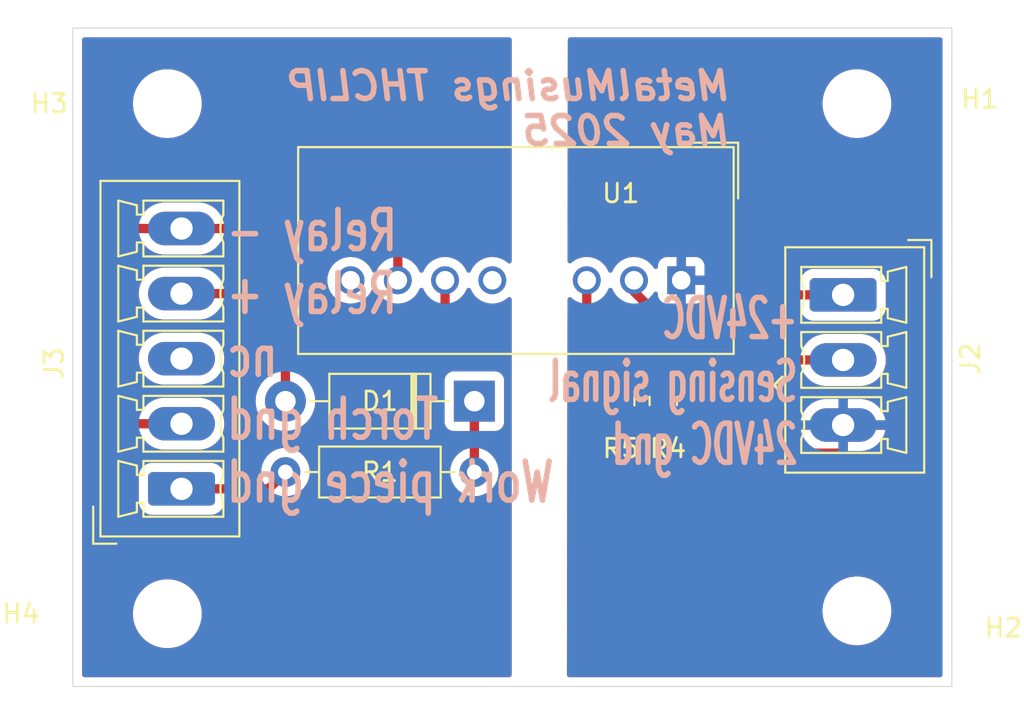
<source format=kicad_pcb>
(kicad_pcb (version 20240108) (generator "pcbnew") (generator_version "8.0")
  (title_block (comment 4 "AISLER Project ID: TCOKWDCI"))
  (layers (0 "F.Cu" signal) (31 "B.Cu" signal) (34 "B.Paste" user) (35 "F.Paste" user) (36 "B.SilkS" user "B.Silkscreen") (37 "F.SilkS" user "F.Silkscreen") (38 "B.Mask" user) (39 "F.Mask" user) (44 "Edge.Cuts" user))
  (net 0 "")
  (net 1 "24V UNREG +")
  (net 2 "Net-(D1-K)")
  (net 3 "-24VDC")
  (net 4 "Net-(U1-OnOff)")
  (net 5 "SENSING SIGNAL (24VDC)")
  (net 6 "WORK PIECE GND (+)")
  (net 7 "+24VDC")
  (net 10 "24V UNREG GND")
  (footprint "MountingHole:MountingHole_3.2mm_M3" (layer "F.Cu") (at 194.564 85.344)
    (property "Reference" "H1" (at 6.604 -0.254 0) (layer "F.SilkS"))
    (property "Value" "MountingHole")
    (pad "" np_thru_hole circle (at 0 0) (size 3.2 3.2) (drill 3.2) (layers "*.Cu" "*.Mask"))
  )
  (footprint "Diode_THT:D_DO-41_SOD81_P10.16mm_Horizontal" (layer "F.Cu") (at 173.99 101.346 180)
    (property "Reference" "D1" (at 5.08 0 360) (layer "F.SilkS"))
    (property "Value" "1N4007")
    (fp_line (start 8.82 0) (end 7.8 0) (stroke (width 0.12)) (layer "F.SilkS"))
    (fp_line (start 7.8 1.47) (end 7.8 -1.47) (stroke (width 0.12)) (layer "F.SilkS"))
    (fp_line (start 7.8 -1.47) (end 2.36 -1.47) (stroke (width 0.12)) (layer "F.SilkS"))
    (fp_line (start 3.38 -1.47) (end 3.38 1.47) (stroke (width 0.12)) (layer "F.SilkS"))
    (fp_line (start 3.26 -1.47) (end 3.26 1.47) (stroke (width 0.12)) (layer "F.SilkS"))
    (fp_line (start 3.14 -1.47) (end 3.14 1.47) (stroke (width 0.12)) (layer "F.SilkS"))
    (fp_line (start 2.36 1.47) (end 7.8 1.47) (stroke (width 0.12)) (layer "F.SilkS"))
    (fp_line (start 2.36 -1.47) (end 2.36 1.47) (stroke (width 0.12)) (layer "F.SilkS"))
    (fp_line (start 1.34 0) (end 2.36 0) (stroke (width 0.12)) (layer "F.SilkS"))
    (fp_text user "K" (at -16.256 0.762 360) (layer "F.SilkS"))
    (pad "1" thru_hole rect (at 0 0 180) (size 2.2 2.2) (drill 1.1) (layers "*.Cu" "*.Mask") (net 2 "Net-(D1-K)"))
    (pad "2" thru_hole oval (at 10.16 0 180) (size 2.2 2.2) (drill 1.1) (layers "*.Cu" "*.Mask") (net 1 "24V UNREG +"))
  )
  (footprint "Connector_Phoenix_MC:PhoenixContact_MCV_1,5_5-G-3.5_1x05_P3.50mm_Vertical" (layer "F.Cu") (at 158.242 106.06 90)
    (property "Reference" "J3" (at 6.746 -6.858 90) (layer "F.SilkS"))
    (property "Value" "Conn_01x05_Pin")
    (fp_line (start -2.95 -4.75) (end -0.95 -4.75) (stroke (width 0.12)) (layer "F.SilkS"))
    (fp_line (start 16.56 -4.36) (end -2.56 -4.36) (stroke (width 0.12)) (layer "F.SilkS"))
    (fp_line (start -2.56 -4.36) (end -2.56 3.11) (stroke (width 0.12)) (layer "F.SilkS"))
    (fp_line (start -2.95 -3.5) (end -2.95 -4.75) (stroke (width 0.12)) (layer "F.SilkS"))
    (fp_line (start 15.5 -3.4) (end 15.25 -2.4) (stroke (width 0.12)) (layer "F.SilkS"))
    (fp_line (start 12.5 -3.4) (end 15.5 -3.4) (stroke (width 0.12)) (layer "F.SilkS"))
    (fp_line (start 12 -3.4) (end 11.75 -2.4) (stroke (width 0.12)) (layer "F.SilkS"))
    (fp_line (start 9 -3.4) (end 12 -3.4) (stroke (width 0.12)) (layer "F.SilkS"))
    (fp_line (start 8.5 -3.4) (end 8.25 -2.4) (stroke (width 0.12)) (layer "F.SilkS"))
    (fp_line (start 5.5 -3.4) (end 8.5 -3.4) (stroke (width 0.12)) (layer "F.SilkS"))
    (fp_line (start 5 -3.4) (end 4.75 -2.4) (stroke (width 0.12)) (layer "F.SilkS"))
    (fp_line (start 2 -3.4) (end 5 -3.4) (stroke (width 0.12)) (layer "F.SilkS"))
    (fp_line (start 1.5 -3.4) (end 1.25 -2.4) (stroke (width 0.12)) (layer "F.SilkS"))
    (fp_line (start -1.5 -3.4) (end 1.5 -3.4) (stroke (width 0.12)) (layer "F.SilkS"))
    (fp_line (start 15.25 -2.4) (end 14.75 -2.4) (stroke (width 0.12)) (layer "F.SilkS"))
    (fp_line (start 14.75 -2.4) (end 14.75 -2.05) (stroke (width 0.12)) (layer "F.SilkS"))
    (fp_line (start 13.25 -2.4) (end 12.75 -2.4) (stroke (width 0.12)) (layer "F.SilkS"))
    (fp_line (start 12.75 -2.4) (end 12.5 -3.4) (stroke (width 0.12)) (layer "F.SilkS"))
    (fp_line (start 11.75 -2.4) (end 11.25 -2.4) (stroke (width 0.12)) (layer "F.SilkS"))
    (fp_line (start 11.25 -2.4) (end 11.25 -2.05) (stroke (width 0.12)) (layer "F.SilkS"))
    (fp_line (start 9.75 -2.4) (end 9.25 -2.4) (stroke (width 0.12)) (layer "F.SilkS"))
    (fp_line (start 9.25 -2.4) (end 9 -3.4) (stroke (width 0.12)) (layer "F.SilkS"))
    (fp_line (start 8.25 -2.4) (end 7.75 -2.4) (stroke (width 0.12)) (layer "F.SilkS"))
    (fp_line (start 7.75 -2.4) (end 7.75 -2.05) (stroke (width 0.12)) (layer "F.SilkS"))
    (fp_line (start 6.25 -2.4) (end 5.75 -2.4) (stroke (width 0.12)) (layer "F.SilkS"))
    (fp_line (start 5.75 -2.4) (end 5.5 -3.4) (stroke (width 0.12)) (layer "F.SilkS"))
    (fp_line (start 4.75 -2.4) (end 4.25 -2.4) (stroke (width 0.12)) (layer "F.SilkS"))
    (fp_line (start 4.25 -2.4) (end 4.25 -2.05) (stroke (width 0.12)) (layer "F.SilkS"))
    (fp_line (start 2.75 -2.4) (end 2.25 -2.4) (stroke (width 0.12)) (layer "F.SilkS"))
    (fp_line (start 2.25 -2.4) (end 2 -3.4) (stroke (width 0.12)) (layer "F.SilkS"))
    (fp_line (start 1.25 -2.4) (end 0.75 -2.4) (stroke (width 0.12)) (layer "F.SilkS"))
    (fp_line (start 0.75 -2.4) (end 0.75 -2.05) (stroke (width 0.12)) (layer "F.SilkS"))
    (fp_line (start -0.75 -2.4) (end -1.25 -2.4) (stroke (width 0.12)) (layer "F.SilkS"))
    (fp_line (start -1.25 -2.4) (end -1.5 -3.4) (stroke (width 0.12)) (layer "F.SilkS"))
    (fp_line (start 15.5 -2.05) (end 15.5 2.25) (stroke (width 0.12)) (layer "F.SilkS"))
    (fp_line (start 14.75 -2.05) (end 15.5 -2.05) (stroke (width 0.12)) (layer "F.SilkS"))
    (fp_line (start 13.25 -2.05) (end 13.25 -2.4) (stroke (width 0.12)) (layer "F.SilkS"))
    (fp_line (start 12.5 -2.05) (end 13.25 -2.05) (stroke (width 0.12)) (layer "F.SilkS"))
    (fp_line (start 12 -2.05) (end 12 2.25) (stroke (width 0.12)) (layer "F.SilkS"))
    (fp_line (start 11.25 -2.05) (end 12 -2.05) (stroke (width 0.12)) (layer "F.SilkS"))
    (fp_line (start 9.75 -2.05) (end 9.75 -2.4) (stroke (width 0.12)) (layer "F.SilkS"))
    (fp_line (start 9 -2.05) (end 9.75 -2.05) (stroke (width 0.12)) (layer "F.SilkS"))
    (fp_line (start 8.5 -2.05) (end 8.5 2.25) (stroke (width 0.12)) (layer "F.SilkS"))
    (fp_line (start 7.75 -2.05) (end 8.5 -2.05) (stroke (width 0.12)) (layer "F.SilkS"))
    (fp_line (start 6.25 -2.05) (end 6.25 -2.4) (stroke (width 0.12)) (layer "F.SilkS"))
    (fp_line (start 5.5 -2.05) (end 6.25 -2.05) (stroke (width 0.12)) (layer "F.SilkS"))
    (fp_line (start 5 -2.05) (end 5 2.25) (stroke (width 0.12)) (layer "F.SilkS"))
    (fp_line (start 4.25 -2.05) (end 5 -2.05) (stroke (width 0.12)) (layer "F.SilkS"))
    (fp_line (start 2.75 -2.05) (end 2.75 -2.4) (stroke (width 0.12)) (layer "F.SilkS"))
    (fp_line (start 2 -2.05) (end 2.75 -2.05) (stroke (width 0.12)) (layer "F.SilkS"))
    (fp_line (start 1.5 -2.05) (end 1.5 2.25) (stroke (width 0.12)) (layer "F.SilkS"))
    (fp_line (start 0.75 -2.05) (end 1.5 -2.05) (stroke (width 0.12)) (layer "F.SilkS"))
    (fp_line (start -0.75 -2.05) (end -0.75 -2.4) (stroke (width 0.12)) (layer "F.SilkS"))
    (fp_line (start -1.5 -2.05) (end -0.75 -2.05) (stroke (width 0.12)) (layer "F.SilkS"))
    (fp_line (start 15.5 2.25) (end 14.75 2.25) (stroke (width 0.12)) (layer "F.SilkS"))
    (fp_line (start 13.25 2.25) (end 12.5 2.25) (stroke (width 0.12)) (layer "F.SilkS"))
    (fp_line (start 12.5 2.25) (end 12.5 -2.05) (stroke (width 0.12)) (layer "F.SilkS"))
    (fp_line (start 12 2.25) (end 11.25 2.25) (stroke (width 0.12)) (layer "F.SilkS"))
    (fp_line (start 9.75 2.25) (end 9 2.25) (stroke (width 0.12)) (layer "F.SilkS"))
    (fp_line (start 9 2.25) (end 9 -2.05) (stroke (width 0.12)) (layer "F.SilkS"))
    (fp_line (start 8.5 2.25) (end 7.75 2.25) (stroke (width 0.12)) (layer "F.SilkS"))
    (fp_line (start 6.25 2.25) (end 5.5 2.25) (stroke (width 0.12)) (layer "F.SilkS"))
    (fp_line (start 5.5 2.25) (end 5.5 -2.05) (stroke (width 0.12)) (layer "F.SilkS"))
    (fp_line (start 5 2.25) (end 4.25 2.25) (stroke (width 0.12)) (layer "F.SilkS"))
    (fp_line (start 2.75 2.25) (end 2 2.25) (stroke (width 0.12)) (layer "F.SilkS"))
    (fp_line (start 2 2.25) (end 2 -2.05) (stroke (width 0.12)) (layer "F.SilkS"))
    (fp_line (start 1.5 2.25) (end 0.75 2.25) (stroke (width 0.12)) (layer "F.SilkS"))
    (fp_line (start -0.75 2.25) (end -1.5 2.25) (stroke (width 0.12)) (layer "F.SilkS"))
    (fp_line (start -1.5 2.25) (end -1.5 -2.05) (stroke (width 0.12)) (layer "F.SilkS"))
    (fp_line (start 16.56 3.11) (end 16.56 -4.36) (stroke (width 0.12)) (layer "F.SilkS"))
    (fp_line (start -2.56 3.11) (end 16.56 3.11) (stroke (width 0.12)) (layer "F.SilkS"))
    (fp_arc (start 13.25 2.25) (mid 13.999807 2.09191) (end 14.749647 2.249844) (stroke (width 0.12)) (layer "F.SilkS"))
    (fp_arc (start 9.75 2.25) (mid 10.499807 2.09191) (end 11.249647 2.249844) (stroke (width 0.12)) (layer "F.SilkS"))
    (fp_arc (start 6.25 2.25) (mid 6.999807 2.09191) (end 7.749647 2.249844) (stroke (width 0.12)) (layer "F.SilkS"))
    (fp_arc (start 2.75 2.25) (mid 3.499807 2.09191) (end 4.249647 2.249844) (stroke (width 0.12)) (layer "F.SilkS"))
    (fp_arc (start -0.75 2.25) (mid -0.000193 2.09191) (end 0.749647 2.249844) (stroke (width 0.12)) (layer "F.SilkS"))
    (pad "1" thru_hole roundrect (at 0 0 90) (size 1.8 3.6) (drill 1.2) (layers "*.Cu" "*.Mask") (roundrect_rratio 0.138889) (net 6 "WORK PIECE GND (+)"))
    (pad "2" thru_hole oval (at 3.5 0 90) (size 1.8 3.6) (drill 1.2) (layers "*.Cu" "*.Mask") (net 10 "24V UNREG GND"))
    (pad "3" thru_hole oval (at 7 0 90) (size 1.8 3.6) (drill 1.2) (layers "*.Cu" "*.Mask"))
    (pad "4" thru_hole oval (at 10.5 0 90) (size 1.8 3.6) (drill 1.2) (layers "*.Cu" "*.Mask") (net 1 "24V UNREG +"))
    (pad "5" thru_hole oval (at 14 0 90) (size 1.8 3.6) (drill 1.2) (layers "*.Cu" "*.Mask") (net 10 "24V UNREG GND"))
  )
  (footprint "MountingHole:MountingHole_3.2mm_M3" (layer "F.Cu") (at 157.48 85.344)
    (property "Reference" "H3" (at -6.35 0 0) (layer "F.SilkS"))
    (property "Value" "MountingHole")
    (pad "" np_thru_hole circle (at 0 0) (size 3.2 3.2) (drill 3.2) (layers "*.Cu" "*.Mask"))
  )
  (footprint "Resistor_THT:R_Axial_DIN0207_L6.3mm_D2.5mm_P10.16mm_Horizontal" (layer "F.Cu") (at 163.83 105.156)
    (property "Reference" "R1" (at 5.08 0 0) (layer "F.SilkS"))
    (property "Value" "4k7")
    (fp_line (start 1.04 0) (end 1.81 0) (stroke (width 0.12)) (layer "F.SilkS"))
    (fp_line (start 1.81 -1.37) (end 1.81 1.37) (stroke (width 0.12)) (layer "F.SilkS"))
    (fp_line (start 1.81 1.37) (end 8.35 1.37) (stroke (width 0.12)) (layer "F.SilkS"))
    (fp_line (start 8.35 -1.37) (end 1.81 -1.37) (stroke (width 0.12)) (layer "F.SilkS"))
    (fp_line (start 8.35 1.37) (end 8.35 -1.37) (stroke (width 0.12)) (layer "F.SilkS"))
    (fp_line (start 9.12 0) (end 8.35 0) (stroke (width 0.12)) (layer "F.SilkS"))
    (pad "1" thru_hole circle (at 0 0) (size 1.6 1.6) (drill 0.8) (layers "*.Cu" "*.Mask") (net 6 "WORK PIECE GND (+)"))
    (pad "2" thru_hole oval (at 10.16 0) (size 1.6 1.6) (drill 0.8) (layers "*.Cu" "*.Mask") (net 2 "Net-(D1-K)"))
  )
  (footprint "Converter_DCDC:Converter_DCDC_TRACO_TEC3-24xxUI_THT" (layer "F.Cu") (at 185.1152 94.8436 -90)
    (property "Reference" "U1" (at -4.6736 3.2512 180) (layer "F.SilkS"))
    (property "Value" "RS3K-2424S/H3")
    (fp_line (start -7.16 20.6) (end 3.96 20.6) (stroke (width 0.12)) (layer "F.SilkS"))
    (fp_line (start -7.4 -0.06) (end -7.4 -3.06) (stroke (width 0.12)) (layer "F.SilkS"))
    (fp_line (start -7.16 -2.82) (end -7.16 20.6) (stroke (width 0.12)) (layer "F.SilkS"))
    (fp_line (start -7.16 -2.82) (end 3.96 -2.82) (stroke (width 0.12)) (layer "F.SilkS"))
    (fp_line (start 3.96 -2.82) (end 3.96 20.6) (stroke (width 0.12)) (layer "F.SilkS"))
    (fp_line (start -7.4 -3.06) (end -4.4 -3.06) (stroke (width 0.12)) (layer "F.SilkS"))
    (pad "1" thru_hole rect (at 0 0 270) (size 1.5 1.5) (drill 1) (layers "*.Cu" "*.Mask") (net 3 "-24VDC"))
    (pad "2" thru_hole circle (at 0 2.54 270) (size 1.5 1.5) (drill 1) (layers "*.Cu" "*.Mask") (net 7 "+24VDC"))
    (pad "3" thru_hole circle (at 0 5.08 270) (size 1.5 1.5) (drill 1) (layers "*.Cu" "*.Mask") (net 4 "Net-(U1-OnOff)"))
    (pad "5" thru_hole circle (at 0 10.16 270) (size 1.5 1.5) (drill 1) (layers "*.Cu" "*.Mask"))
    (pad "6" thru_hole circle (at 0 12.7 270) (size 1.5 1.5) (drill 1) (layers "*.Cu" "*.Mask") (net 1 "24V UNREG +"))
    (pad "7" thru_hole circle (at 0 15.24 270) (size 1.5 1.5) (drill 1) (layers "*.Cu" "*.Mask") (net 10 "24V UNREG GND"))
    (pad "8" thru_hole circle (at 0 17.78 270) (size 1.5 1.5) (drill 1) (layers "*.Cu" "*.Mask"))
  )
  (footprint "MountingHole:MountingHole_3.2mm_M3" (layer "F.Cu") (at 157.48 112.776)
    (property "Reference" "H4" (at -7.874 0 0) (layer "F.SilkS"))
    (property "Value" "MountingHole")
    (pad "" np_thru_hole circle (at 0 0) (size 3.2 3.2) (drill 3.2) (layers "*.Cu" "*.Mask"))
  )
  (footprint "Resistor_SMD:R_0805_2012Metric_Pad1.20x1.40mm_HandSolder" (layer "F.Cu") (at 181.864 101.346 -90)
    (property "Reference" "R5" (at 2.54 0 180) (layer "F.SilkS"))
    (property "Value" "2k")
    (fp_line (start -0.227064 0.735) (end 0.227064 0.735) (stroke (width 0.12)) (layer "F.SilkS"))
    (fp_line (start -0.227064 -0.735) (end 0.227064 -0.735) (stroke (width 0.12)) (layer "F.SilkS"))
    (pad "1" smd roundrect (at -1 0 270) (size 1.2 1.4) (layers "F.Cu" "F.Paste" "F.Mask") (roundrect_rratio 0.208333) (net 4 "Net-(U1-OnOff)"))
    (pad "2" smd roundrect (at 1 0 270) (size 1.2 1.4) (layers "F.Cu" "F.Paste" "F.Mask") (roundrect_rratio 0.208333) (net 3 "-24VDC"))
  )
  (footprint "MountingHole:MountingHole_3.2mm_M3" (layer "F.Cu") (at 194.564 112.6236)
    (property "Reference" "H2" (at 7.874 0.9144 0) (layer "F.SilkS"))
    (property "Value" "MountingHole")
    (pad "" np_thru_hole circle (at 0 0) (size 3.2 3.2) (drill 3.2) (layers "*.Cu" "*.Mask"))
  )
  (footprint "Connector_Phoenix_MC:PhoenixContact_MCV_1,5_3-G-3.5_1x03_P3.50mm_Vertical" (layer "F.Cu") (at 193.8199 95.6283 -90)
    (property "Reference" "J2" (at 3.4317 -6.8401 90) (layer "F.SilkS"))
    (property "Value" "Conn_01x03_Pin")
    (fp_line (start -2.56 3.11) (end 9.56 3.11) (stroke (width 0.12)) (layer "F.SilkS"))
    (fp_line (start 9.56 3.11) (end 9.56 -4.36) (stroke (width 0.12)) (layer "F.SilkS"))
    (fp_line (start -1.5 2.25) (end -1.5 -2.05) (stroke (width 0.12)) (layer "F.SilkS"))
    (fp_line (start -0.75 2.25) (end -1.5 2.25) (stroke (width 0.12)) (layer "F.SilkS"))
    (fp_line (start 1.5 2.25) (end 0.75 2.25) (stroke (width 0.12)) (layer "F.SilkS"))
    (fp_line (start 2 2.25) (end 2 -2.05) (stroke (width 0.12)) (layer "F.SilkS"))
    (fp_line (start 2.75 2.25) (end 2 2.25) (stroke (width 0.12)) (layer "F.SilkS"))
    (fp_line (start 5 2.25) (end 4.25 2.25) (stroke (width 0.12)) (layer "F.SilkS"))
    (fp_line (start 5.5 2.25) (end 5.5 -2.05) (stroke (width 0.12)) (layer "F.SilkS"))
    (fp_line (start 6.25 2.25) (end 5.5 2.25) (stroke (width 0.12)) (layer "F.SilkS"))
    (fp_line (start 8.5 2.25) (end 7.75 2.25) (stroke (width 0.12)) (layer "F.SilkS"))
    (fp_line (start -1.5 -2.05) (end -0.75 -2.05) (stroke (width 0.12)) (layer "F.SilkS"))
    (fp_line (start -0.75 -2.05) (end -0.75 -2.4) (stroke (width 0.12)) (layer "F.SilkS"))
    (fp_line (start 0.75 -2.05) (end 1.5 -2.05) (stroke (width 0.12)) (layer "F.SilkS"))
    (fp_line (start 1.5 -2.05) (end 1.5 2.25) (stroke (width 0.12)) (layer "F.SilkS"))
    (fp_line (start 2 -2.05) (end 2.75 -2.05) (stroke (width 0.12)) (layer "F.SilkS"))
    (fp_line (start 2.75 -2.05) (end 2.75 -2.4) (stroke (width 0.12)) (layer "F.SilkS"))
    (fp_line (start 4.25 -2.05) (end 5 -2.05) (stroke (width 0.12)) (layer "F.SilkS"))
    (fp_line (start 5 -2.05) (end 5 2.25) (stroke (width 0.12)) (layer "F.SilkS"))
    (fp_line (start 5.5 -2.05) (end 6.25 -2.05) (stroke (width 0.12)) (layer "F.SilkS"))
    (fp_line (start 6.25 -2.05) (end 6.25 -2.4) (stroke (width 0.12)) (layer "F.SilkS"))
    (fp_line (start 7.75 -2.05) (end 8.5 -2.05) (stroke (width 0.12)) (layer "F.SilkS"))
    (fp_line (start 8.5 -2.05) (end 8.5 2.25) (stroke (width 0.12)) (layer "F.SilkS"))
    (fp_line (start -1.25 -2.4) (end -1.5 -3.4) (stroke (width 0.12)) (layer "F.SilkS"))
    (fp_line (start -0.75 -2.4) (end -1.25 -2.4) (stroke (width 0.12)) (layer "F.SilkS"))
    (fp_line (start 0.75 -2.4) (end 0.75 -2.05) (stroke (width 0.12)) (layer "F.SilkS"))
    (fp_line (start 1.25 -2.4) (end 0.75 -2.4) (stroke (width 0.12)) (layer "F.SilkS"))
    (fp_line (start 2.25 -2.4) (end 2 -3.4) (stroke (width 0.12)) (layer "F.SilkS"))
    (fp_line (start 2.75 -2.4) (end 2.25 -2.4) (stroke (width 0.12)) (layer "F.SilkS"))
    (fp_line (start 4.25 -2.4) (end 4.25 -2.05) (stroke (width 0.12)) (layer "F.SilkS"))
    (fp_line (start 4.75 -2.4) (end 4.25 -2.4) (stroke (width 0.12)) (layer "F.SilkS"))
    (fp_line (start 5.75 -2.4) (end 5.5 -3.4) (stroke (width 0.12)) (layer "F.SilkS"))
    (fp_line (start 6.25 -2.4) (end 5.75 -2.4) (stroke (width 0.12)) (layer "F.SilkS"))
    (fp_line (start 7.75 -2.4) (end 7.75 -2.05) (stroke (width 0.12)) (layer "F.SilkS"))
    (fp_line (start 8.25 -2.4) (end 7.75 -2.4) (stroke (width 0.12)) (layer "F.SilkS"))
    (fp_line (start -1.5 -3.4) (end 1.5 -3.4) (stroke (width 0.12)) (layer "F.SilkS"))
    (fp_line (start 1.5 -3.4) (end 1.25 -2.4) (stroke (width 0.12)) (layer "F.SilkS"))
    (fp_line (start 2 -3.4) (end 5 -3.4) (stroke (width 0.12)) (layer "F.SilkS"))
    (fp_line (start 5 -3.4) (end 4.75 -2.4) (stroke (width 0.12)) (layer "F.SilkS"))
    (fp_line (start 5.5 -3.4) (end 8.5 -3.4) (stroke (width 0.12)) (layer "F.SilkS"))
    (fp_line (start 8.5 -3.4) (end 8.25 -2.4) (stroke (width 0.12)) (layer "F.SilkS"))
    (fp_line (start -2.95 -3.5) (end -2.95 -4.75) (stroke (width 0.12)) (layer "F.SilkS"))
    (fp_line (start -2.56 -4.36) (end -2.56 3.11) (stroke (width 0.12)) (layer "F.SilkS"))
    (fp_line (start 9.56 -4.36) (end -2.56 -4.36) (stroke (width 0.12)) (layer "F.SilkS"))
    (fp_line (start -2.95 -4.75) (end -0.95 -4.75) (stroke (width 0.12)) (layer "F.SilkS"))
    (fp_arc (start -0.75 2.25) (mid -0.000193 2.09191) (end 0.749647 2.249844) (stroke (width 0.12)) (layer "F.SilkS"))
    (fp_arc (start 2.75 2.25) (mid 3.499807 2.09191) (end 4.249647 2.249844) (stroke (width 0.12)) (layer "F.SilkS"))
    (fp_arc (start 6.25 2.25) (mid 6.999807 2.09191) (end 7.749647 2.249844) (stroke (width 0.12)) (layer "F.SilkS"))
    (pad "1" thru_hole roundrect (at 0 0 270) (size 1.8 3.6) (drill 1.2) (layers "*.Cu" "*.Mask") (roundrect_rratio 0.138889) (net 7 "+24VDC"))
    (pad "2" thru_hole oval (at 3.5 0 270) (size 1.8 3.6) (drill 1.2) (layers "*.Cu" "*.Mask") (net 5 "SENSING SIGNAL (24VDC)"))
    (pad "3" thru_hole oval (at 7 0 270) (size 1.8 3.6) (drill 1.2) (layers "*.Cu" "*.Mask") (net 3 "-24VDC"))
  )
  (footprint "Resistor_SMD:R_0805_2012Metric_Pad1.20x1.40mm_HandSolder" (layer "F.Cu") (at 184.15 101.33 90)
    (property "Reference" "R4" (at -2.556 0.254 180) (layer "F.SilkS"))
    (property "Value" "10k")
    (fp_line (start -0.227064 -0.735) (end 0.227064 -0.735) (stroke (width 0.12)) (layer "F.SilkS"))
    (fp_line (start -0.227064 0.735) (end 0.227064 0.735) (stroke (width 0.12)) (layer "F.SilkS"))
    (pad "1" smd roundrect (at -1 0 90) (size 1.2 1.4) (layers "F.Cu" "F.Paste" "F.Mask") (roundrect_rratio 0.208333) (net 5 "SENSING SIGNAL (24VDC)"))
    (pad "2" smd roundrect (at 1 0 90) (size 1.2 1.4) (layers "F.Cu" "F.Paste" "F.Mask") (roundrect_rratio 0.208333) (net 4 "Net-(U1-OnOff)"))
  )
  (gr_rect (start 152.3977 81.28) (end 199.6671 116.6876) (stroke (width 0.05)) (fill none) (layer "Edge.Cuts"))
  (gr_text "MetalMusings THCLIP\nMay 2025" (at 187.9352 87.6836 0) (layer "B.SilkS") (effects (font (size 1.5 1.5) (thickness 0.3) (bold yes) (italic yes)) (justify left bottom mirror)))
  (gr_text "+24VDC\nSensing signal\n24VDC gnd" (at 191.516 104.902 0) (layer "B.SilkS") (effects (font (size 2.1 1.2) (thickness 0.3) (bold yes)) (justify left bottom mirror)))
  (gr_text "Relay -\nRelay +\nnc\nTorch gnd\nWork piece gnd" (at 160.528 106.934 0) (layer "B.SilkS") (effects (font (size 2.1 1.5) (thickness 0.3) (bold yes)) (justify right bottom mirror)))
  (segment (start 163.124 95.56) (end 165.354 97.79) (width 0.5) (layer "F.Cu") (net 1))
  (segment (start 158.242 95.56) (end 163.124 95.56) (width 0.5) (layer "F.Cu") (net 1))
  (segment (start 172.4152 94.8436) (end 172.4152 96.3453) (width 0.5) (layer "F.Cu") (net 1))
  (segment (start 165.354 97.79) (end 172.2907 97.79) (width 0.5) (layer "F.Cu") (net 1))
  (segment (start 172.4152 96.3453) (end 172.4152 97.6655) (width 0.5) (layer "F.Cu") (net 1))
  (segment (start 163.83 101.346) (end 163.83 99.314) (width 0.5) (layer "F.Cu") (net 1))
  (segment (start 172.2907 97.79) (end 172.4152 97.6655) (width 0.5) (layer "F.Cu") (net 1))
  (segment (start 163.83 99.314) (end 165.354 97.79) (width 0.5) (layer "F.Cu") (net 1))
  (segment (start 173.99 101.346) (end 173.99 105.156) (width 0.5) (layer "F.Cu") (net 2))
  (segment (start 193.8199 102.6283) (end 196.3297 102.6283) (width 0.5) (layer "F.Cu") (net 3))
  (segment (start 193.802 104.14) (end 193.8199 104.1221) (width 0.5) (layer "F.Cu") (net 3))
  (segment (start 181.864 102.346) (end 181.864 104.14) (width 0.5) (layer "F.Cu") (net 3))
  (segment (start 181.864 104.14) (end 193.802 104.14) (width 0.5) (layer "F.Cu") (net 3))
  (segment (start 193.8199 104.1221) (end 193.8199 102.6283) (width 0.5) (layer "F.Cu") (net 3))
  (segment (start 196.3699 94.5159) (end 195.072 93.218) (width 0.5) (layer "F.Cu") (net 3))
  (segment (start 196.3297 102.6283) (end 196.3699 102.5881) (width 0.5) (layer "F.Cu") (net 3))
  (segment (start 196.3699 102.5881) (end 196.3699 94.5159) (width 0.5) (layer "F.Cu") (net 3))
  (segment (start 185.1152 93.5228) (end 185.1152 94.8436) (width 0.5) (layer "F.Cu") (net 3))
  (segment (start 195.072 93.218) (end 185.42 93.218) (width 0.5) (layer "F.Cu") (net 3))
  (segment (start 185.42 93.218) (end 185.1152 93.5228) (width 0.5) (layer "F.Cu") (net 3))
  (segment (start 181.88 100.33) (end 181.88 98.06) (width 0.5) (layer "F.Cu") (net 4))
  (segment (start 181.88 98.06) (end 180.0352 96.2152) (width 0.5) (layer "F.Cu") (net 4))
  (segment (start 180.0352 96.2152) (end 180.0352 94.8436) (width 0.5) (layer "F.Cu") (net 4))
  (segment (start 181.88 100.33) (end 181.864 100.346) (width 0.5) (layer "F.Cu") (net 4))
  (segment (start 184.15 100.33) (end 181.88 100.33) (width 0.5) (layer "F.Cu") (net 4))
  (segment (start 186.722 102.33) (end 184.15 102.33) (width 0.5) (layer "F.Cu") (net 5))
  (segment (start 193.8199 99.1283) (end 189.9237 99.1283) (width 0.5) (layer "F.Cu") (net 5))
  (segment (start 189.9237 99.1283) (end 186.722 102.33) (width 0.5) (layer "F.Cu") (net 5))
  (segment (start 162.926 106.06) (end 163.83 105.156) (width 0.5) (layer "F.Cu") (net 6))
  (segment (start 158.242 106.06) (end 162.926 106.06) (width 0.5) (layer "F.Cu") (net 6))
  (segment (start 183.896 96.774) (end 182.5752 95.4532) (width 0.5) (layer "F.Cu") (net 7))
  (segment (start 188.214 96.774) (end 183.896 96.774) (width 0.5) (layer "F.Cu") (net 7))
  (segment (start 189.3597 95.6283) (end 188.214 96.774) (width 0.5) (layer "F.Cu") (net 7))
  (segment (start 182.5752 95.4532) (end 182.5752 94.8436) (width 0.5) (layer "F.Cu") (net 7))
  (segment (start 193.8199 95.6283) (end 189.3597 95.6283) (width 0.5) (layer "F.Cu") (net 7))
  (segment (start 169.8752 92.9132) (end 169.022 92.06) (width 0.5) (layer "F.Cu") (net 10))
  (segment (start 154.432 92.06) (end 154.432 102.56) (width 0.5) (layer "F.Cu") (net 10))
  (segment (start 169.022 92.06) (end 158.242 92.06) (width 0.5) (layer "F.Cu") (net 10))
  (segment (start 154.432 102.56) (end 158.242 102.56) (width 0.5) (layer "F.Cu") (net 10))
  (segment (start 169.8752 94.8436) (end 169.8752 92.9132) (width 0.5) (layer "F.Cu") (net 10))
  (segment (start 158.242 92.06) (end 154.432 92.06) (width 0.5) (layer "F.Cu") (net 10))
  (zone (net 3) (net_name "-24VDC") (layers "F&B.Cu") (priority 1) (connect_pads (clearance 0)) (min_thickness 0.25) (fill yes (thermal_gap 0.5) (thermal_bridge_width 0.5) (island_removal_mode 1) (island_area_min 10))
    (polygon (pts (xy 179.0192 81.2038) (xy 199.644 81.28) (xy 199.644 116.84) (xy 178.9684 116.84)))
  )
  (zone (net 0) (net_name "") (layers "F&B.Cu") (connect_pads (clearance 0)) (min_thickness 0.25) (fill yes (thermal_gap 0.5) (thermal_bridge_width 0.5) (island_removal_mode 1) (island_area_min 10))
    (polygon (pts (xy 175.9966 81.28) (xy 175.9966 116.586) (xy 152.4 116.586) (xy 152.4 81.28)))
  )
)
</source>
